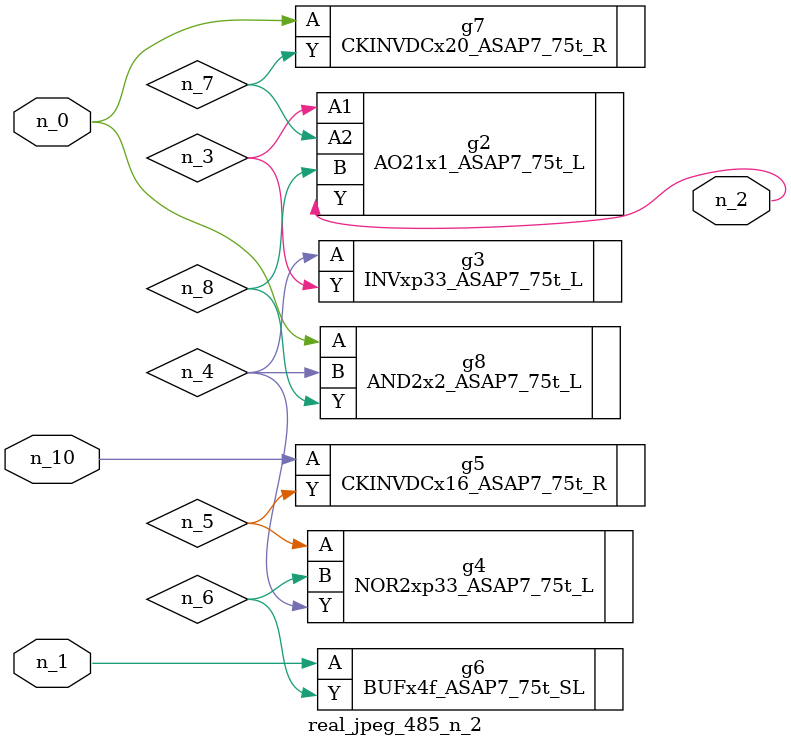
<source format=v>
module real_jpeg_485_n_2 (n_1, n_10, n_0, n_2);

input n_1;
input n_10;
input n_0;

output n_2;

wire n_5;
wire n_4;
wire n_8;
wire n_6;
wire n_7;
wire n_3;

CKINVDCx20_ASAP7_75t_R g7 ( 
.A(n_0),
.Y(n_7)
);

AND2x2_ASAP7_75t_L g8 ( 
.A(n_0),
.B(n_4),
.Y(n_8)
);

BUFx4f_ASAP7_75t_SL g6 ( 
.A(n_1),
.Y(n_6)
);

AO21x1_ASAP7_75t_L g2 ( 
.A1(n_3),
.A2(n_7),
.B(n_8),
.Y(n_2)
);

INVxp33_ASAP7_75t_L g3 ( 
.A(n_4),
.Y(n_3)
);

NOR2xp33_ASAP7_75t_L g4 ( 
.A(n_5),
.B(n_6),
.Y(n_4)
);

CKINVDCx16_ASAP7_75t_R g5 ( 
.A(n_10),
.Y(n_5)
);


endmodule
</source>
